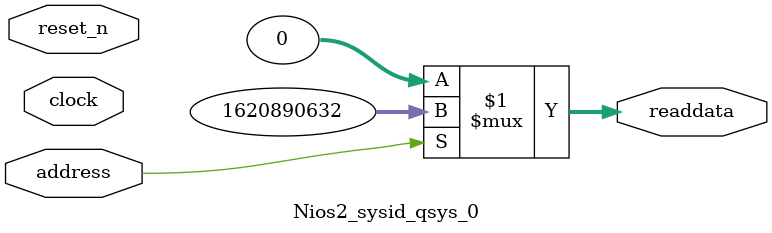
<source format=v>



// synthesis translate_off
`timescale 1ns / 1ps
// synthesis translate_on

// turn off superfluous verilog processor warnings 
// altera message_level Level1 
// altera message_off 10034 10035 10036 10037 10230 10240 10030 

module Nios2_sysid_qsys_0 (
               // inputs:
                address,
                clock,
                reset_n,

               // outputs:
                readdata
             )
;

  output  [ 31: 0] readdata;
  input            address;
  input            clock;
  input            reset_n;

  wire    [ 31: 0] readdata;
  //control_slave, which is an e_avalon_slave
  assign readdata = address ? 1620890632 : 0;

endmodule



</source>
